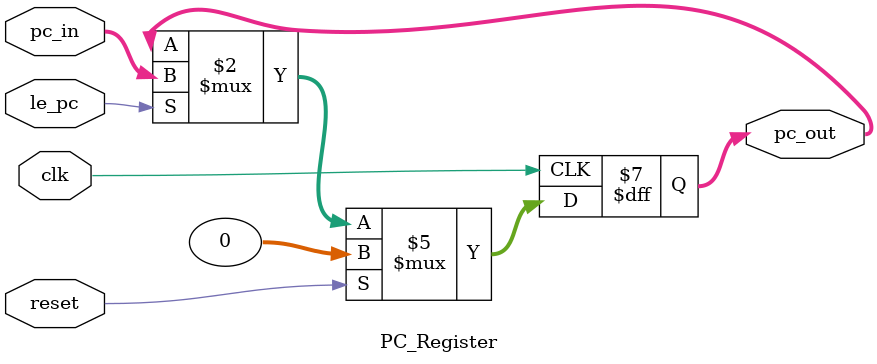
<source format=v>
module PC_Register (
    input clk,
    input reset,
    input [31:0] pc_in,
	input le_pc,
    output reg [31:0] pc_out
);

    // PC register logic
    always @(posedge clk) begin
        if (reset) begin
            // Reset: Set all bits to 0
            pc_out <= 32'b0;
			//$display("PC Reset - in = %d, out = %d, clk = %b, reset = %b", pc_in, pc_out, clk, reset);
        end else if (le_pc) begin
            
            pc_out <= pc_in;
			//$display("in = %d, out = %d, clk = %b, reset = %b", pc_in, pc_out, clk, reset);
        end
    end

endmodule

</source>
